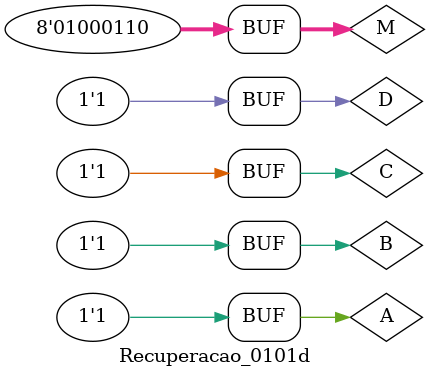
<source format=v>
/*
 Recuperacao_0101d.v - v0.0. - 30 / 10 / 2022
 Autor    : Gabriel Vargas Bento de Souza
 Matricula: 778023
 */

/* 
 Produto das Somas
              ___
F(A,B,C,D) =  | |   M (2,3,4,7,A,B,D,F)  = PoS(2,3,4,7,A,B,D,F)

*/

/**
 PoS(2,3,4,7,A,B,D,F)
 */
module PoS (output S,
            input  A, B, C, D);
   assign S = (~C | ~D)            // 3, 7, B, F
            & ( B | ~C)            // 2, 3, A, B
            & (~A | ~B | ~D)       // D, F
            & ( A | ~B |  C |  D); // 4
endmodule // SoP

/**
  Recuperacao_0101d.v
 */
module Recuperacao_0101d;
   reg  A, B, C, D;
   reg[7:0] M;
   wire S;
   
   // instancias
   PoS POS1 (S, A, B, C, D);
   
   // valores iniciais
   initial begin: start
      A=1'bx; B=1'bx; C=1'bx; D=1'bx;                      
   end

   // parte principal
   initial begin: main
       $display("Gabriel Vargas Bento de Souza - 778023");
       $display("Recuperacao_01");
       $display("\n01.d) PoS (0,1,5,6,8,9,C,E)\n");

       // monitoramento
       $display(" M  A  B  C  D  S");
       $monitor("%2c %2b %2b %2b %2b %2b", M, A,  B,  C,  D, S);

       // sinalizacao
          A=0; B=0; C=0; D=0; M="0";
       #1                D=1; M="1";
       #1           C=1; D=0; M="2";
       #1                D=1; M="3";
       #1      B=1; C=0; D=0; M="4";
       #1                D=1; M="5";
       #1           C=1; D=0; M="6";
       #1                D=1; M="7";
       #1 A=1; B=0; C=0; D=0; M="8";
       #1                D=1; M="9";
       #1           C=1; D=0; M="A";
       #1                D=1; M="B";
       #1      B=1; C=0; D=0; M="C";
       #1                D=1; M="D";
       #1           C=1; D=0; M="E";
       #1                D=1; M="F";
   end
endmodule // Recuperacao_0101d

/*
gabriel@desktop-ubuntu:~/Desktop/CC-PUC/2periodo/ARQ1/Tarefas/Recuperacao01$ vvp Recuperacao_0101d.vvp
Gabriel Vargas Bento de Souza - 778023
Recuperacao_01

01.d) PoS (0,1,5,6,8,9,C,E)

 M  A  B  C  D  S
 0  0  0  0  0  1
 1  0  0  0  1  1
 2  0  0  1  0  0
 3  0  0  1  1  0
 4  0  1  0  0  0
 5  0  1  0  1  1
 6  0  1  1  0  1
 7  0  1  1  1  0
 8  1  0  0  0  1
 9  1  0  0  1  1
 A  1  0  1  0  0
 B  1  0  1  1  0
 C  1  1  0  0  1
 D  1  1  0  1  0
 E  1  1  1  0  1
 F  1  1  1  1  0

*/
</source>
